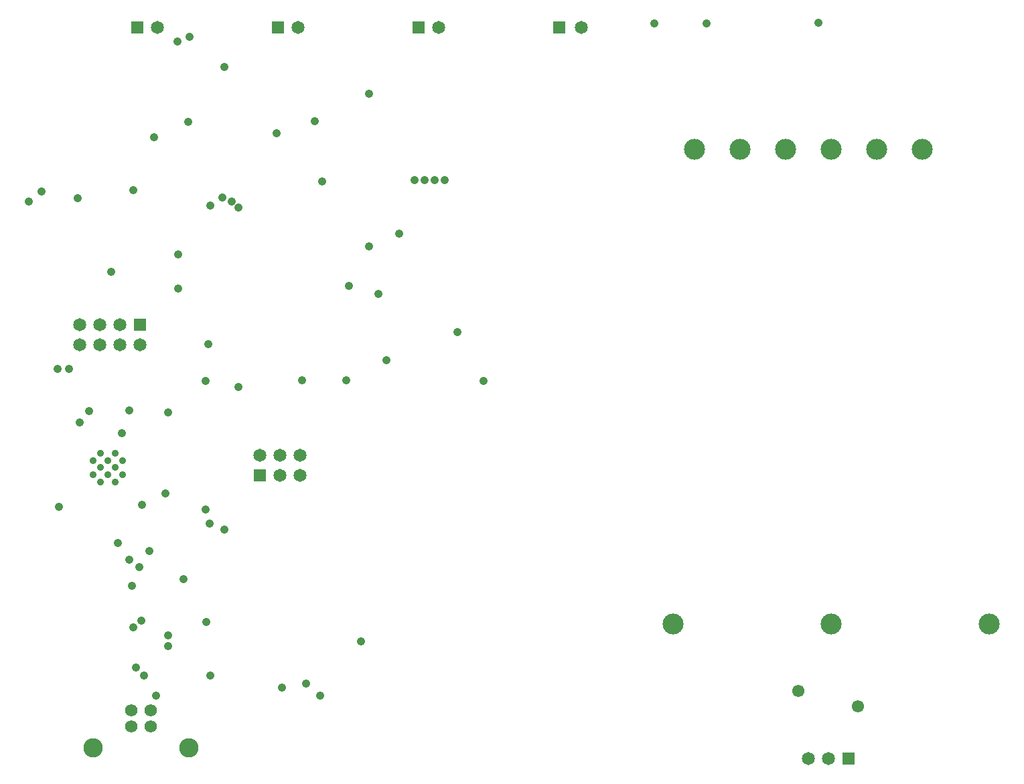
<source format=gbs>
G04*
G04 #@! TF.GenerationSoftware,Altium Limited,Altium Designer,22.10.1 (41)*
G04*
G04 Layer_Color=16711935*
%FSLAX25Y25*%
%MOIN*%
G70*
G04*
G04 #@! TF.SameCoordinates,AD521441-6981-4C9A-977E-8A670088B7DC*
G04*
G04*
G04 #@! TF.FilePolarity,Negative*
G04*
G01*
G75*
%ADD46C,0.10433*%
%ADD47C,0.03591*%
%ADD48C,0.06213*%
%ADD49C,0.09646*%
%ADD50R,0.06496X0.06496*%
%ADD51C,0.06496*%
%ADD52C,0.06102*%
%ADD53C,0.04091*%
D46*
X454000Y418000D02*
D03*
X476638D02*
D03*
X499276D02*
D03*
X521913D02*
D03*
X544551D02*
D03*
X567189D02*
D03*
X600654Y181780D02*
D03*
X521913D02*
D03*
X443173D02*
D03*
D47*
X169224Y263112D02*
D03*
Y255888D02*
D03*
X154776Y263112D02*
D03*
Y255888D02*
D03*
X162000Y263112D02*
D03*
Y255888D02*
D03*
X165612Y266724D02*
D03*
Y259500D02*
D03*
Y252276D02*
D03*
X158388Y266724D02*
D03*
Y252276D02*
D03*
Y259500D02*
D03*
D48*
X183421Y138543D02*
D03*
X173579D02*
D03*
Y130669D02*
D03*
X183421D02*
D03*
D49*
X154799Y120000D02*
D03*
X202201D02*
D03*
D50*
X530500Y114500D02*
D03*
X178000Y330500D02*
D03*
X176500Y478500D02*
D03*
X246500D02*
D03*
X316500D02*
D03*
X386500D02*
D03*
X237500Y255500D02*
D03*
D51*
X520500Y114500D02*
D03*
X510500D02*
D03*
X148000Y320500D02*
D03*
Y330500D02*
D03*
X158000Y320500D02*
D03*
Y330500D02*
D03*
X168000Y320500D02*
D03*
Y330500D02*
D03*
X178000Y320500D02*
D03*
X186500Y478500D02*
D03*
X256500D02*
D03*
X326500D02*
D03*
X397500D02*
D03*
X257500Y265500D02*
D03*
Y255500D02*
D03*
X247500Y265500D02*
D03*
Y255500D02*
D03*
X237500Y265500D02*
D03*
D52*
X505736Y148240D02*
D03*
X535264Y140760D02*
D03*
D53*
X186005Y146005D02*
D03*
X282000Y350000D02*
D03*
X296500Y346000D02*
D03*
X336000Y327000D02*
D03*
X300500Y313000D02*
D03*
X288000Y173000D02*
D03*
X213000Y156000D02*
D03*
X211000Y182500D02*
D03*
X199500Y204000D02*
D03*
X210500Y238500D02*
D03*
X179000Y241000D02*
D03*
X169000Y276500D02*
D03*
X197000Y348500D02*
D03*
Y365500D02*
D03*
X163500Y357000D02*
D03*
X213000Y390000D02*
D03*
X147000Y393500D02*
D03*
X129000Y397000D02*
D03*
X122500Y392000D02*
D03*
X202000Y431500D02*
D03*
X265000Y432000D02*
D03*
X174500Y397500D02*
D03*
X220000Y459000D02*
D03*
X280500Y303000D02*
D03*
X258500D02*
D03*
X227000Y299500D02*
D03*
X260500Y152000D02*
D03*
X248500Y150000D02*
D03*
X180000Y156000D02*
D03*
X176000Y160000D02*
D03*
X267500Y146000D02*
D03*
X192000Y170500D02*
D03*
X137500Y240000D02*
D03*
X148000Y282000D02*
D03*
X212000Y321000D02*
D03*
X515500Y481000D02*
D03*
X349000Y302500D02*
D03*
X210500D02*
D03*
X172500Y288000D02*
D03*
X307000Y376000D02*
D03*
X434000Y480500D02*
D03*
X460000D02*
D03*
X172500Y213500D02*
D03*
X192000Y176000D02*
D03*
X324500Y402500D02*
D03*
X319500D02*
D03*
X314500D02*
D03*
X329500D02*
D03*
X177500Y210000D02*
D03*
X182500Y218000D02*
D03*
X167000Y222000D02*
D03*
X174000Y200500D02*
D03*
X220000Y228500D02*
D03*
X212500Y231500D02*
D03*
X137000Y308500D02*
D03*
X196500Y471500D02*
D03*
X142500Y308500D02*
D03*
X202500Y474000D02*
D03*
X219000Y394000D02*
D03*
X226957Y389119D02*
D03*
X223500Y392000D02*
D03*
X292000Y369500D02*
D03*
Y445500D02*
D03*
X190500Y246500D02*
D03*
X174500Y180000D02*
D03*
X185000Y424000D02*
D03*
X246000Y426000D02*
D03*
X268500Y402000D02*
D03*
X178486Y183417D02*
D03*
X152500Y287500D02*
D03*
X192000Y287000D02*
D03*
M02*

</source>
